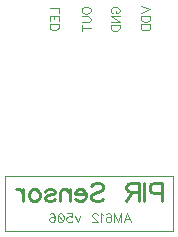
<source format=gbr>
G04 DipTrace 3.2.0.1*
G04 BottomSilk.gbr*
%MOIN*%
G04 #@! TF.FileFunction,Legend,Bot*
G04 #@! TF.Part,Single*
%ADD15C,0.003937*%
%ADD33C,0.004632*%
%ADD34C,0.009264*%
%FSLAX26Y26*%
G04*
G70*
G90*
G75*
G01*
G04 BotSilk*
%LPD*%
X572441Y712598D2*
D15*
X1133465D1*
Y529528D1*
X572441D1*
Y712598D1*
X1026499Y1278904D2*
D33*
X1056643Y1267430D1*
X1026499Y1255956D1*
Y1246693D2*
X1056643D1*
Y1236645D1*
X1055184Y1232334D1*
X1052332Y1229449D1*
X1049447Y1228023D1*
X1045169Y1226597D1*
X1037973D1*
X1033662Y1228023D1*
X1030810Y1229449D1*
X1027925Y1232334D1*
X1026499Y1236645D1*
Y1246693D1*
Y1217333D2*
X1056643D1*
Y1207285D1*
X1055184Y1202974D1*
X1052332Y1200089D1*
X1049447Y1198663D1*
X1045169Y1197237D1*
X1037973D1*
X1033662Y1198663D1*
X1030810Y1200089D1*
X1027925Y1202974D1*
X1026499Y1207285D1*
Y1217333D1*
X721700Y1272175D2*
X751844D1*
Y1254964D1*
X721700Y1227064D2*
Y1245701D1*
X751844D1*
Y1227064D1*
X736059Y1245701D2*
Y1234227D1*
X721700Y1217800D2*
X751844D1*
Y1207752D1*
X750385Y1203441D1*
X747533Y1200556D1*
X744648Y1199130D1*
X740370Y1197704D1*
X733174D1*
X728863Y1199130D1*
X726011Y1200556D1*
X723126Y1203441D1*
X721700Y1207752D1*
Y1217800D1*
X932014Y1254061D2*
X929162Y1255487D1*
X926277Y1258372D1*
X924851Y1261224D1*
Y1266961D1*
X926277Y1269846D1*
X929162Y1272698D1*
X932014Y1274157D1*
X936325Y1275583D1*
X943521D1*
X947799Y1274157D1*
X950684Y1272698D1*
X953536Y1269846D1*
X954995Y1266961D1*
Y1261224D1*
X953536Y1258372D1*
X950684Y1255487D1*
X947799Y1254061D1*
X943521D1*
Y1261224D1*
X924851Y1224702D2*
X954995D1*
X924851Y1244798D1*
X954995D1*
X924851Y1215438D2*
X954995D1*
Y1205390D1*
X953536Y1201079D1*
X950684Y1198194D1*
X947799Y1196768D1*
X943521Y1195342D1*
X936325D1*
X932014Y1196768D1*
X929162Y1198194D1*
X926277Y1201079D1*
X924851Y1205390D1*
Y1215438D1*
X828074Y1267526D2*
X829500Y1270411D1*
X832385Y1273263D1*
X835237Y1274722D1*
X839548Y1276148D1*
X846744D1*
X851022Y1274722D1*
X853907Y1273263D1*
X856759Y1270411D1*
X858218Y1267526D1*
Y1261789D1*
X856759Y1258937D1*
X853907Y1256052D1*
X851022Y1254626D1*
X846744Y1253200D1*
X839548D1*
X835237Y1254626D1*
X832385Y1256052D1*
X829500Y1258937D1*
X828074Y1261789D1*
Y1267526D1*
Y1243937D2*
X849596D1*
X853907Y1242511D1*
X856759Y1239626D1*
X858218Y1235315D1*
Y1232463D1*
X856759Y1228152D1*
X853907Y1225267D1*
X849596Y1223841D1*
X828074D1*
Y1204529D2*
X858218D1*
X828074Y1214577D2*
Y1194481D1*
X968767Y557951D2*
X980274Y588095D1*
X991748Y557951D1*
X987437Y567999D2*
X973078D1*
X936555Y557951D2*
Y588095D1*
X948029Y557951D1*
X959503Y588095D1*
Y557951D1*
X910081Y583784D2*
X911507Y586636D1*
X915818Y588062D1*
X918670D1*
X922981Y586636D1*
X925866Y582325D1*
X927292Y575162D1*
Y567999D1*
X925866Y562262D1*
X922981Y559377D1*
X918670Y557951D1*
X917244D1*
X912966Y559377D1*
X910081Y562262D1*
X908655Y566573D1*
Y567999D1*
X910081Y572310D1*
X912966Y575162D1*
X917244Y576588D1*
X918670D1*
X922981Y575162D1*
X925866Y572310D1*
X927292Y567999D1*
X899391Y582325D2*
X896506Y583784D1*
X892195Y588062D1*
Y557951D1*
X881472Y580899D2*
Y582325D1*
X880047Y585210D1*
X878621Y586636D1*
X875735Y588062D1*
X869999D1*
X867147Y586636D1*
X865721Y585210D1*
X864262Y582325D1*
Y579473D1*
X865721Y576588D1*
X868573Y572310D1*
X882932Y557951D1*
X862836D1*
X824411Y578047D2*
X815789Y557951D1*
X807201Y578047D1*
X780726Y588062D2*
X795052D1*
X796478Y575162D1*
X795052Y576588D1*
X790741Y578047D1*
X786463D1*
X782152Y576588D1*
X779267Y573736D1*
X777841Y569425D1*
Y566573D1*
X779267Y562262D1*
X782152Y559377D1*
X786463Y557951D1*
X790741D1*
X795052Y559377D1*
X796478Y560836D1*
X797937Y563688D1*
X759955Y588062D2*
X764266Y586636D1*
X767151Y582325D1*
X768577Y575162D1*
Y570851D1*
X767151Y563688D1*
X764266Y559377D1*
X759955Y557951D1*
X757103D1*
X752792Y559377D1*
X749941Y563688D1*
X748481Y570851D1*
Y575162D1*
X749941Y582325D1*
X752792Y586636D1*
X757103Y588062D1*
X759955D1*
X749941Y582325D2*
X767151Y563688D1*
X722007Y583784D2*
X723433Y586636D1*
X727744Y588062D1*
X730596D1*
X734907Y586636D1*
X737792Y582325D1*
X739218Y575162D1*
Y567999D1*
X737792Y562262D1*
X734907Y559377D1*
X730596Y557951D1*
X729170D1*
X724892Y559377D1*
X722007Y562262D1*
X720581Y566573D1*
Y567999D1*
X722007Y572310D1*
X724892Y575162D1*
X729170Y576588D1*
X730596D1*
X734907Y575162D1*
X737792Y572310D1*
X739218Y567999D1*
X1095328Y656192D2*
D34*
X1069462D1*
X1060907Y659044D1*
X1057988Y661963D1*
X1055136Y667666D1*
Y676288D1*
X1057988Y681992D1*
X1060907Y684911D1*
X1069462Y687762D1*
X1095328D1*
Y627474D1*
X1036609Y687762D2*
Y627474D1*
X1018082Y659044D2*
X992282D1*
X983660Y661963D1*
X980742Y664815D1*
X977890Y670518D1*
Y676288D1*
X980742Y681992D1*
X983660Y684911D1*
X992282Y687762D1*
X1018082D1*
Y627474D1*
X997986Y659044D2*
X977890Y627474D1*
X860850Y679140D2*
X866554Y684911D1*
X875176Y687762D1*
X886650D1*
X895272Y684911D1*
X901042Y679140D1*
Y673437D1*
X898124Y667666D1*
X895272Y664815D1*
X889568Y661963D1*
X872324Y656192D1*
X866554Y653341D1*
X863702Y650422D1*
X860850Y644719D1*
Y636096D1*
X866554Y630393D1*
X875176Y627474D1*
X886650D1*
X895272Y630393D1*
X901042Y636096D1*
X842323Y650422D2*
X807901D1*
Y656192D1*
X810753Y661963D1*
X813605Y664815D1*
X819375Y667666D1*
X827997D1*
X833701Y664815D1*
X839471Y659044D1*
X842323Y650422D1*
Y644719D1*
X839471Y636096D1*
X833701Y630393D1*
X827997Y627474D1*
X819375D1*
X813605Y630393D1*
X807901Y636096D1*
X789374Y667666D2*
Y627474D1*
Y656192D2*
X780752Y664815D1*
X774982Y667666D1*
X766426D1*
X760656Y664815D1*
X757804Y656192D1*
Y627474D1*
X707707Y659044D2*
X710559Y664815D1*
X719181Y667666D1*
X727803D1*
X736425Y664815D1*
X739277Y659044D1*
X736425Y653341D1*
X730655Y650422D1*
X716329Y647570D1*
X710559Y644719D1*
X707707Y638948D1*
Y636096D1*
X710559Y630393D1*
X719181Y627474D1*
X727803D1*
X736425Y630393D1*
X739277Y636096D1*
X674854Y667666D2*
X680558Y664815D1*
X686328Y659044D1*
X689180Y650422D1*
Y644719D1*
X686328Y636096D1*
X680558Y630393D1*
X674854Y627474D1*
X666232D1*
X660462Y630393D1*
X654758Y636096D1*
X651840Y644719D1*
Y650422D1*
X654758Y659044D1*
X660462Y664815D1*
X666232Y667666D1*
X674854D1*
X633313D2*
Y627474D1*
Y650422D2*
X630394Y659044D1*
X624691Y664815D1*
X618920Y667666D1*
X610298D1*
M02*

</source>
